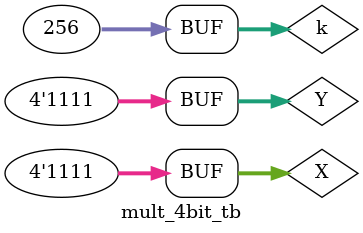
<source format=v>
/* Folosindu-va de sumatoare pe 4 biti RCA, consturiti urmatoarea arhitectura de inmultitor */
module RCA(input[3:0] A, B, input ci, output[3:0] s, output co);
    assign {s, co} = A + B + ci;
endmodule

module mult_4bit(input[3:0] X, Y, output[7:0] P);
    /* Write Verilog code here */
endmodule

module mult_4bit_tb;
    reg[3:0] X, Y;
    wire[7:0] P;

    integer k;
    wire test_passed;
    mult_4bit uut (.X(X), .Y(Y), .P(P));
    assign test_passed = P == X*Y;
    initial begin
        $display("X\tY\t\tP\ttest_passed");
        $monitor("%d\t%d\t\t%d\t", X, Y, P, test_passed);
        for(k = 0; k < 256; k = k + 1) begin
            {X, Y} = k;
            #1;
        end
        $display("ACEST TESTBENCH NU NOTEAZA AUTOMAT!");
        $display("Puteti sa va verificati ca ati implementat corect folosindu-va de test_passed");
    end
endmodule

</source>
